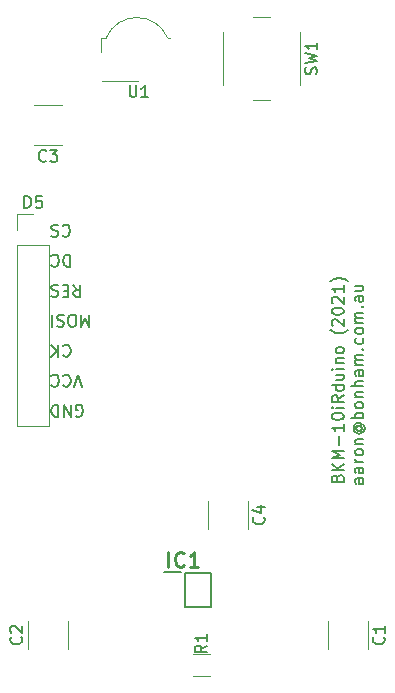
<source format=gto>
%TF.GenerationSoftware,KiCad,Pcbnew,(5.1.10)-1*%
%TF.CreationDate,2021-11-11T11:19:20+11:00*%
%TF.ProjectId,bkm10iRduino_shield,626b6d31-3069-4526-9475-696e6f5f7368,rev?*%
%TF.SameCoordinates,Original*%
%TF.FileFunction,Legend,Top*%
%TF.FilePolarity,Positive*%
%FSLAX46Y46*%
G04 Gerber Fmt 4.6, Leading zero omitted, Abs format (unit mm)*
G04 Created by KiCad (PCBNEW (5.1.10)-1) date 2021-11-11 11:19:20*
%MOMM*%
%LPD*%
G01*
G04 APERTURE LIST*
%ADD10C,0.150000*%
%ADD11C,0.200000*%
%ADD12C,0.120000*%
%ADD13C,0.254000*%
G04 APERTURE END LIST*
D10*
X157799404Y-83097619D02*
X157466071Y-82097619D01*
X157132738Y-83097619D01*
X156227976Y-82192857D02*
X156275595Y-82145238D01*
X156418452Y-82097619D01*
X156513690Y-82097619D01*
X156656547Y-82145238D01*
X156751785Y-82240476D01*
X156799404Y-82335714D01*
X156847023Y-82526190D01*
X156847023Y-82669047D01*
X156799404Y-82859523D01*
X156751785Y-82954761D01*
X156656547Y-83050000D01*
X156513690Y-83097619D01*
X156418452Y-83097619D01*
X156275595Y-83050000D01*
X156227976Y-83002380D01*
X155227976Y-82192857D02*
X155275595Y-82145238D01*
X155418452Y-82097619D01*
X155513690Y-82097619D01*
X155656547Y-82145238D01*
X155751785Y-82240476D01*
X155799404Y-82335714D01*
X155847023Y-82526190D01*
X155847023Y-82669047D01*
X155799404Y-82859523D01*
X155751785Y-82954761D01*
X155656547Y-83050000D01*
X155513690Y-83097619D01*
X155418452Y-83097619D01*
X155275595Y-83050000D01*
X155227976Y-83002380D01*
X156227976Y-79652857D02*
X156275595Y-79605238D01*
X156418452Y-79557619D01*
X156513690Y-79557619D01*
X156656547Y-79605238D01*
X156751785Y-79700476D01*
X156799404Y-79795714D01*
X156847023Y-79986190D01*
X156847023Y-80129047D01*
X156799404Y-80319523D01*
X156751785Y-80414761D01*
X156656547Y-80510000D01*
X156513690Y-80557619D01*
X156418452Y-80557619D01*
X156275595Y-80510000D01*
X156227976Y-80462380D01*
X155799404Y-79557619D02*
X155799404Y-80557619D01*
X155227976Y-79557619D02*
X155656547Y-80129047D01*
X155227976Y-80557619D02*
X155799404Y-79986190D01*
X157323214Y-85590000D02*
X157418452Y-85637619D01*
X157561309Y-85637619D01*
X157704166Y-85590000D01*
X157799404Y-85494761D01*
X157847023Y-85399523D01*
X157894642Y-85209047D01*
X157894642Y-85066190D01*
X157847023Y-84875714D01*
X157799404Y-84780476D01*
X157704166Y-84685238D01*
X157561309Y-84637619D01*
X157466071Y-84637619D01*
X157323214Y-84685238D01*
X157275595Y-84732857D01*
X157275595Y-85066190D01*
X157466071Y-85066190D01*
X156847023Y-84637619D02*
X156847023Y-85637619D01*
X156275595Y-84637619D01*
X156275595Y-85637619D01*
X155799404Y-84637619D02*
X155799404Y-85637619D01*
X155561309Y-85637619D01*
X155418452Y-85590000D01*
X155323214Y-85494761D01*
X155275595Y-85399523D01*
X155227976Y-85209047D01*
X155227976Y-85066190D01*
X155275595Y-84875714D01*
X155323214Y-84780476D01*
X155418452Y-84685238D01*
X155561309Y-84637619D01*
X155799404Y-84637619D01*
X158418452Y-77017619D02*
X158418452Y-78017619D01*
X158085119Y-77303333D01*
X157751785Y-78017619D01*
X157751785Y-77017619D01*
X157085119Y-78017619D02*
X156894642Y-78017619D01*
X156799404Y-77970000D01*
X156704166Y-77874761D01*
X156656547Y-77684285D01*
X156656547Y-77350952D01*
X156704166Y-77160476D01*
X156799404Y-77065238D01*
X156894642Y-77017619D01*
X157085119Y-77017619D01*
X157180357Y-77065238D01*
X157275595Y-77160476D01*
X157323214Y-77350952D01*
X157323214Y-77684285D01*
X157275595Y-77874761D01*
X157180357Y-77970000D01*
X157085119Y-78017619D01*
X156275595Y-77065238D02*
X156132738Y-77017619D01*
X155894642Y-77017619D01*
X155799404Y-77065238D01*
X155751785Y-77112857D01*
X155704166Y-77208095D01*
X155704166Y-77303333D01*
X155751785Y-77398571D01*
X155799404Y-77446190D01*
X155894642Y-77493809D01*
X156085119Y-77541428D01*
X156180357Y-77589047D01*
X156227976Y-77636666D01*
X156275595Y-77731904D01*
X156275595Y-77827142D01*
X156227976Y-77922380D01*
X156180357Y-77970000D01*
X156085119Y-78017619D01*
X155847023Y-78017619D01*
X155704166Y-77970000D01*
X155275595Y-77017619D02*
X155275595Y-78017619D01*
X157085119Y-74477619D02*
X157418452Y-74953809D01*
X157656547Y-74477619D02*
X157656547Y-75477619D01*
X157275595Y-75477619D01*
X157180357Y-75430000D01*
X157132738Y-75382380D01*
X157085119Y-75287142D01*
X157085119Y-75144285D01*
X157132738Y-75049047D01*
X157180357Y-75001428D01*
X157275595Y-74953809D01*
X157656547Y-74953809D01*
X156656547Y-75001428D02*
X156323214Y-75001428D01*
X156180357Y-74477619D02*
X156656547Y-74477619D01*
X156656547Y-75477619D01*
X156180357Y-75477619D01*
X155799404Y-74525238D02*
X155656547Y-74477619D01*
X155418452Y-74477619D01*
X155323214Y-74525238D01*
X155275595Y-74572857D01*
X155227976Y-74668095D01*
X155227976Y-74763333D01*
X155275595Y-74858571D01*
X155323214Y-74906190D01*
X155418452Y-74953809D01*
X155608928Y-75001428D01*
X155704166Y-75049047D01*
X155751785Y-75096666D01*
X155799404Y-75191904D01*
X155799404Y-75287142D01*
X155751785Y-75382380D01*
X155704166Y-75430000D01*
X155608928Y-75477619D01*
X155370833Y-75477619D01*
X155227976Y-75430000D01*
X156799404Y-71937619D02*
X156799404Y-72937619D01*
X156561309Y-72937619D01*
X156418452Y-72890000D01*
X156323214Y-72794761D01*
X156275595Y-72699523D01*
X156227976Y-72509047D01*
X156227976Y-72366190D01*
X156275595Y-72175714D01*
X156323214Y-72080476D01*
X156418452Y-71985238D01*
X156561309Y-71937619D01*
X156799404Y-71937619D01*
X155227976Y-72032857D02*
X155275595Y-71985238D01*
X155418452Y-71937619D01*
X155513690Y-71937619D01*
X155656547Y-71985238D01*
X155751785Y-72080476D01*
X155799404Y-72175714D01*
X155847023Y-72366190D01*
X155847023Y-72509047D01*
X155799404Y-72699523D01*
X155751785Y-72794761D01*
X155656547Y-72890000D01*
X155513690Y-72937619D01*
X155418452Y-72937619D01*
X155275595Y-72890000D01*
X155227976Y-72842380D01*
X156180357Y-69492857D02*
X156227976Y-69445238D01*
X156370833Y-69397619D01*
X156466071Y-69397619D01*
X156608928Y-69445238D01*
X156704166Y-69540476D01*
X156751785Y-69635714D01*
X156799404Y-69826190D01*
X156799404Y-69969047D01*
X156751785Y-70159523D01*
X156704166Y-70254761D01*
X156608928Y-70350000D01*
X156466071Y-70397619D01*
X156370833Y-70397619D01*
X156227976Y-70350000D01*
X156180357Y-70302380D01*
X155799404Y-69445238D02*
X155656547Y-69397619D01*
X155418452Y-69397619D01*
X155323214Y-69445238D01*
X155275595Y-69492857D01*
X155227976Y-69588095D01*
X155227976Y-69683333D01*
X155275595Y-69778571D01*
X155323214Y-69826190D01*
X155418452Y-69873809D01*
X155608928Y-69921428D01*
X155704166Y-69969047D01*
X155751785Y-70016666D01*
X155799404Y-70111904D01*
X155799404Y-70207142D01*
X155751785Y-70302380D01*
X155704166Y-70350000D01*
X155608928Y-70397619D01*
X155370833Y-70397619D01*
X155227976Y-70350000D01*
X179443571Y-90859523D02*
X179491190Y-90716666D01*
X179538809Y-90669047D01*
X179634047Y-90621428D01*
X179776904Y-90621428D01*
X179872142Y-90669047D01*
X179919761Y-90716666D01*
X179967380Y-90811904D01*
X179967380Y-91192857D01*
X178967380Y-91192857D01*
X178967380Y-90859523D01*
X179015000Y-90764285D01*
X179062619Y-90716666D01*
X179157857Y-90669047D01*
X179253095Y-90669047D01*
X179348333Y-90716666D01*
X179395952Y-90764285D01*
X179443571Y-90859523D01*
X179443571Y-91192857D01*
X179967380Y-90192857D02*
X178967380Y-90192857D01*
X179967380Y-89621428D02*
X179395952Y-90050000D01*
X178967380Y-89621428D02*
X179538809Y-90192857D01*
X179967380Y-89192857D02*
X178967380Y-89192857D01*
X179681666Y-88859523D01*
X178967380Y-88526190D01*
X179967380Y-88526190D01*
X179586428Y-88050000D02*
X179586428Y-87288095D01*
X179967380Y-86288095D02*
X179967380Y-86859523D01*
X179967380Y-86573809D02*
X178967380Y-86573809D01*
X179110238Y-86669047D01*
X179205476Y-86764285D01*
X179253095Y-86859523D01*
X178967380Y-85669047D02*
X178967380Y-85573809D01*
X179015000Y-85478571D01*
X179062619Y-85430952D01*
X179157857Y-85383333D01*
X179348333Y-85335714D01*
X179586428Y-85335714D01*
X179776904Y-85383333D01*
X179872142Y-85430952D01*
X179919761Y-85478571D01*
X179967380Y-85573809D01*
X179967380Y-85669047D01*
X179919761Y-85764285D01*
X179872142Y-85811904D01*
X179776904Y-85859523D01*
X179586428Y-85907142D01*
X179348333Y-85907142D01*
X179157857Y-85859523D01*
X179062619Y-85811904D01*
X179015000Y-85764285D01*
X178967380Y-85669047D01*
X179967380Y-84907142D02*
X179300714Y-84907142D01*
X178967380Y-84907142D02*
X179015000Y-84954761D01*
X179062619Y-84907142D01*
X179015000Y-84859523D01*
X178967380Y-84907142D01*
X179062619Y-84907142D01*
X179967380Y-83859523D02*
X179491190Y-84192857D01*
X179967380Y-84430952D02*
X178967380Y-84430952D01*
X178967380Y-84050000D01*
X179015000Y-83954761D01*
X179062619Y-83907142D01*
X179157857Y-83859523D01*
X179300714Y-83859523D01*
X179395952Y-83907142D01*
X179443571Y-83954761D01*
X179491190Y-84050000D01*
X179491190Y-84430952D01*
X179967380Y-83002380D02*
X178967380Y-83002380D01*
X179919761Y-83002380D02*
X179967380Y-83097619D01*
X179967380Y-83288095D01*
X179919761Y-83383333D01*
X179872142Y-83430952D01*
X179776904Y-83478571D01*
X179491190Y-83478571D01*
X179395952Y-83430952D01*
X179348333Y-83383333D01*
X179300714Y-83288095D01*
X179300714Y-83097619D01*
X179348333Y-83002380D01*
X179300714Y-82097619D02*
X179967380Y-82097619D01*
X179300714Y-82526190D02*
X179824523Y-82526190D01*
X179919761Y-82478571D01*
X179967380Y-82383333D01*
X179967380Y-82240476D01*
X179919761Y-82145238D01*
X179872142Y-82097619D01*
X179967380Y-81621428D02*
X179300714Y-81621428D01*
X178967380Y-81621428D02*
X179015000Y-81669047D01*
X179062619Y-81621428D01*
X179015000Y-81573809D01*
X178967380Y-81621428D01*
X179062619Y-81621428D01*
X179300714Y-81145238D02*
X179967380Y-81145238D01*
X179395952Y-81145238D02*
X179348333Y-81097619D01*
X179300714Y-81002380D01*
X179300714Y-80859523D01*
X179348333Y-80764285D01*
X179443571Y-80716666D01*
X179967380Y-80716666D01*
X179967380Y-80097619D02*
X179919761Y-80192857D01*
X179872142Y-80240476D01*
X179776904Y-80288095D01*
X179491190Y-80288095D01*
X179395952Y-80240476D01*
X179348333Y-80192857D01*
X179300714Y-80097619D01*
X179300714Y-79954761D01*
X179348333Y-79859523D01*
X179395952Y-79811904D01*
X179491190Y-79764285D01*
X179776904Y-79764285D01*
X179872142Y-79811904D01*
X179919761Y-79859523D01*
X179967380Y-79954761D01*
X179967380Y-80097619D01*
X180348333Y-78288095D02*
X180300714Y-78335714D01*
X180157857Y-78430952D01*
X180062619Y-78478571D01*
X179919761Y-78526190D01*
X179681666Y-78573809D01*
X179491190Y-78573809D01*
X179253095Y-78526190D01*
X179110238Y-78478571D01*
X179015000Y-78430952D01*
X178872142Y-78335714D01*
X178824523Y-78288095D01*
X179062619Y-77954761D02*
X179015000Y-77907142D01*
X178967380Y-77811904D01*
X178967380Y-77573809D01*
X179015000Y-77478571D01*
X179062619Y-77430952D01*
X179157857Y-77383333D01*
X179253095Y-77383333D01*
X179395952Y-77430952D01*
X179967380Y-78002380D01*
X179967380Y-77383333D01*
X178967380Y-76764285D02*
X178967380Y-76669047D01*
X179015000Y-76573809D01*
X179062619Y-76526190D01*
X179157857Y-76478571D01*
X179348333Y-76430952D01*
X179586428Y-76430952D01*
X179776904Y-76478571D01*
X179872142Y-76526190D01*
X179919761Y-76573809D01*
X179967380Y-76669047D01*
X179967380Y-76764285D01*
X179919761Y-76859523D01*
X179872142Y-76907142D01*
X179776904Y-76954761D01*
X179586428Y-77002380D01*
X179348333Y-77002380D01*
X179157857Y-76954761D01*
X179062619Y-76907142D01*
X179015000Y-76859523D01*
X178967380Y-76764285D01*
X179062619Y-76050000D02*
X179015000Y-76002380D01*
X178967380Y-75907142D01*
X178967380Y-75669047D01*
X179015000Y-75573809D01*
X179062619Y-75526190D01*
X179157857Y-75478571D01*
X179253095Y-75478571D01*
X179395952Y-75526190D01*
X179967380Y-76097619D01*
X179967380Y-75478571D01*
X179967380Y-74526190D02*
X179967380Y-75097619D01*
X179967380Y-74811904D02*
X178967380Y-74811904D01*
X179110238Y-74907142D01*
X179205476Y-75002380D01*
X179253095Y-75097619D01*
X180348333Y-74192857D02*
X180300714Y-74145238D01*
X180157857Y-74050000D01*
X180062619Y-74002380D01*
X179919761Y-73954761D01*
X179681666Y-73907142D01*
X179491190Y-73907142D01*
X179253095Y-73954761D01*
X179110238Y-74002380D01*
X179015000Y-74050000D01*
X178872142Y-74145238D01*
X178824523Y-74192857D01*
X181617380Y-90883333D02*
X181093571Y-90883333D01*
X180998333Y-90930952D01*
X180950714Y-91026190D01*
X180950714Y-91216666D01*
X180998333Y-91311904D01*
X181569761Y-90883333D02*
X181617380Y-90978571D01*
X181617380Y-91216666D01*
X181569761Y-91311904D01*
X181474523Y-91359523D01*
X181379285Y-91359523D01*
X181284047Y-91311904D01*
X181236428Y-91216666D01*
X181236428Y-90978571D01*
X181188809Y-90883333D01*
X181617380Y-89978571D02*
X181093571Y-89978571D01*
X180998333Y-90026190D01*
X180950714Y-90121428D01*
X180950714Y-90311904D01*
X180998333Y-90407142D01*
X181569761Y-89978571D02*
X181617380Y-90073809D01*
X181617380Y-90311904D01*
X181569761Y-90407142D01*
X181474523Y-90454761D01*
X181379285Y-90454761D01*
X181284047Y-90407142D01*
X181236428Y-90311904D01*
X181236428Y-90073809D01*
X181188809Y-89978571D01*
X181617380Y-89502380D02*
X180950714Y-89502380D01*
X181141190Y-89502380D02*
X181045952Y-89454761D01*
X180998333Y-89407142D01*
X180950714Y-89311904D01*
X180950714Y-89216666D01*
X181617380Y-88740476D02*
X181569761Y-88835714D01*
X181522142Y-88883333D01*
X181426904Y-88930952D01*
X181141190Y-88930952D01*
X181045952Y-88883333D01*
X180998333Y-88835714D01*
X180950714Y-88740476D01*
X180950714Y-88597619D01*
X180998333Y-88502380D01*
X181045952Y-88454761D01*
X181141190Y-88407142D01*
X181426904Y-88407142D01*
X181522142Y-88454761D01*
X181569761Y-88502380D01*
X181617380Y-88597619D01*
X181617380Y-88740476D01*
X180950714Y-87978571D02*
X181617380Y-87978571D01*
X181045952Y-87978571D02*
X180998333Y-87930952D01*
X180950714Y-87835714D01*
X180950714Y-87692857D01*
X180998333Y-87597619D01*
X181093571Y-87550000D01*
X181617380Y-87550000D01*
X181141190Y-86454761D02*
X181093571Y-86502380D01*
X181045952Y-86597619D01*
X181045952Y-86692857D01*
X181093571Y-86788095D01*
X181141190Y-86835714D01*
X181236428Y-86883333D01*
X181331666Y-86883333D01*
X181426904Y-86835714D01*
X181474523Y-86788095D01*
X181522142Y-86692857D01*
X181522142Y-86597619D01*
X181474523Y-86502380D01*
X181426904Y-86454761D01*
X181045952Y-86454761D02*
X181426904Y-86454761D01*
X181474523Y-86407142D01*
X181474523Y-86359523D01*
X181426904Y-86264285D01*
X181331666Y-86216666D01*
X181093571Y-86216666D01*
X180950714Y-86311904D01*
X180855476Y-86454761D01*
X180807857Y-86645238D01*
X180855476Y-86835714D01*
X180950714Y-86978571D01*
X181093571Y-87073809D01*
X181284047Y-87121428D01*
X181474523Y-87073809D01*
X181617380Y-86978571D01*
X181712619Y-86835714D01*
X181760238Y-86645238D01*
X181712619Y-86454761D01*
X181617380Y-86311904D01*
X181617380Y-85788095D02*
X180617380Y-85788095D01*
X180998333Y-85788095D02*
X180950714Y-85692857D01*
X180950714Y-85502380D01*
X180998333Y-85407142D01*
X181045952Y-85359523D01*
X181141190Y-85311904D01*
X181426904Y-85311904D01*
X181522142Y-85359523D01*
X181569761Y-85407142D01*
X181617380Y-85502380D01*
X181617380Y-85692857D01*
X181569761Y-85788095D01*
X181617380Y-84740476D02*
X181569761Y-84835714D01*
X181522142Y-84883333D01*
X181426904Y-84930952D01*
X181141190Y-84930952D01*
X181045952Y-84883333D01*
X180998333Y-84835714D01*
X180950714Y-84740476D01*
X180950714Y-84597619D01*
X180998333Y-84502380D01*
X181045952Y-84454761D01*
X181141190Y-84407142D01*
X181426904Y-84407142D01*
X181522142Y-84454761D01*
X181569761Y-84502380D01*
X181617380Y-84597619D01*
X181617380Y-84740476D01*
X180950714Y-83978571D02*
X181617380Y-83978571D01*
X181045952Y-83978571D02*
X180998333Y-83930952D01*
X180950714Y-83835714D01*
X180950714Y-83692857D01*
X180998333Y-83597619D01*
X181093571Y-83550000D01*
X181617380Y-83550000D01*
X181617380Y-83073809D02*
X180617380Y-83073809D01*
X181617380Y-82645238D02*
X181093571Y-82645238D01*
X180998333Y-82692857D01*
X180950714Y-82788095D01*
X180950714Y-82930952D01*
X180998333Y-83026190D01*
X181045952Y-83073809D01*
X181617380Y-81740476D02*
X181093571Y-81740476D01*
X180998333Y-81788095D01*
X180950714Y-81883333D01*
X180950714Y-82073809D01*
X180998333Y-82169047D01*
X181569761Y-81740476D02*
X181617380Y-81835714D01*
X181617380Y-82073809D01*
X181569761Y-82169047D01*
X181474523Y-82216666D01*
X181379285Y-82216666D01*
X181284047Y-82169047D01*
X181236428Y-82073809D01*
X181236428Y-81835714D01*
X181188809Y-81740476D01*
X181617380Y-81264285D02*
X180950714Y-81264285D01*
X181045952Y-81264285D02*
X180998333Y-81216666D01*
X180950714Y-81121428D01*
X180950714Y-80978571D01*
X180998333Y-80883333D01*
X181093571Y-80835714D01*
X181617380Y-80835714D01*
X181093571Y-80835714D02*
X180998333Y-80788095D01*
X180950714Y-80692857D01*
X180950714Y-80550000D01*
X180998333Y-80454761D01*
X181093571Y-80407142D01*
X181617380Y-80407142D01*
X181522142Y-79930952D02*
X181569761Y-79883333D01*
X181617380Y-79930952D01*
X181569761Y-79978571D01*
X181522142Y-79930952D01*
X181617380Y-79930952D01*
X181569761Y-79026190D02*
X181617380Y-79121428D01*
X181617380Y-79311904D01*
X181569761Y-79407142D01*
X181522142Y-79454761D01*
X181426904Y-79502380D01*
X181141190Y-79502380D01*
X181045952Y-79454761D01*
X180998333Y-79407142D01*
X180950714Y-79311904D01*
X180950714Y-79121428D01*
X180998333Y-79026190D01*
X181617380Y-78454761D02*
X181569761Y-78550000D01*
X181522142Y-78597619D01*
X181426904Y-78645238D01*
X181141190Y-78645238D01*
X181045952Y-78597619D01*
X180998333Y-78550000D01*
X180950714Y-78454761D01*
X180950714Y-78311904D01*
X180998333Y-78216666D01*
X181045952Y-78169047D01*
X181141190Y-78121428D01*
X181426904Y-78121428D01*
X181522142Y-78169047D01*
X181569761Y-78216666D01*
X181617380Y-78311904D01*
X181617380Y-78454761D01*
X181617380Y-77692857D02*
X180950714Y-77692857D01*
X181045952Y-77692857D02*
X180998333Y-77645238D01*
X180950714Y-77550000D01*
X180950714Y-77407142D01*
X180998333Y-77311904D01*
X181093571Y-77264285D01*
X181617380Y-77264285D01*
X181093571Y-77264285D02*
X180998333Y-77216666D01*
X180950714Y-77121428D01*
X180950714Y-76978571D01*
X180998333Y-76883333D01*
X181093571Y-76835714D01*
X181617380Y-76835714D01*
X181522142Y-76359523D02*
X181569761Y-76311904D01*
X181617380Y-76359523D01*
X181569761Y-76407142D01*
X181522142Y-76359523D01*
X181617380Y-76359523D01*
X181617380Y-75454761D02*
X181093571Y-75454761D01*
X180998333Y-75502380D01*
X180950714Y-75597619D01*
X180950714Y-75788095D01*
X180998333Y-75883333D01*
X181569761Y-75454761D02*
X181617380Y-75550000D01*
X181617380Y-75788095D01*
X181569761Y-75883333D01*
X181474523Y-75930952D01*
X181379285Y-75930952D01*
X181284047Y-75883333D01*
X181236428Y-75788095D01*
X181236428Y-75550000D01*
X181188809Y-75454761D01*
X180950714Y-74550000D02*
X181617380Y-74550000D01*
X180950714Y-74978571D02*
X181474523Y-74978571D01*
X181569761Y-74930952D01*
X181617380Y-74835714D01*
X181617380Y-74692857D01*
X181569761Y-74597619D01*
X181522142Y-74550000D01*
D11*
%TO.C,IC1*%
X166518000Y-98858000D02*
X168762000Y-98858000D01*
X168762000Y-98858000D02*
X168762000Y-101802000D01*
X168762000Y-101802000D02*
X166518000Y-101802000D01*
X166518000Y-101802000D02*
X166518000Y-98858000D01*
X164740000Y-98830000D02*
X166168000Y-98830000D01*
D12*
%TO.C,C4*%
X168470000Y-92818748D02*
X168470000Y-95141252D01*
X171890000Y-92818748D02*
X171890000Y-95141252D01*
%TO.C,C3*%
X156101252Y-59250000D02*
X153778748Y-59250000D01*
X156101252Y-62670000D02*
X153778748Y-62670000D01*
%TO.C,C2*%
X156650000Y-105301252D02*
X156650000Y-102978748D01*
X153230000Y-105301252D02*
X153230000Y-102978748D01*
%TO.C,C1*%
X178630000Y-102978748D02*
X178630000Y-105301252D01*
X182050000Y-102978748D02*
X182050000Y-105301252D01*
%TO.C,R1*%
X167192936Y-105770000D02*
X168647064Y-105770000D01*
X167192936Y-107590000D02*
X168647064Y-107590000D01*
%TO.C,D5*%
X152340000Y-86420000D02*
X155000000Y-86420000D01*
X152340000Y-71120000D02*
X152340000Y-86420000D01*
X155000000Y-71120000D02*
X155000000Y-86420000D01*
X152340000Y-71120000D02*
X155000000Y-71120000D01*
X152340000Y-69850000D02*
X152340000Y-68520000D01*
X152340000Y-68520000D02*
X153670000Y-68520000D01*
%TO.C,SW1*%
X169760000Y-53070000D02*
X169760000Y-57570000D01*
X173760000Y-51820000D02*
X172260000Y-51820000D01*
X176260000Y-57570000D02*
X176260000Y-53070000D01*
X172260000Y-58820000D02*
X173760000Y-58820000D01*
%TO.C,U1*%
X165060000Y-53580000D02*
X165280000Y-53580000D01*
X159480000Y-57240000D02*
X162560000Y-57240000D01*
X159400000Y-53580000D02*
X159860000Y-53580000D01*
X159400000Y-53580000D02*
X159400000Y-54780000D01*
X165060000Y-53580000D02*
G75*
G03*
X159860000Y-53580000I-2600000J-1100000D01*
G01*
%TO.C,IC1*%
D13*
X165130238Y-98364523D02*
X165130238Y-97094523D01*
X166460714Y-98243571D02*
X166400238Y-98304047D01*
X166218809Y-98364523D01*
X166097857Y-98364523D01*
X165916428Y-98304047D01*
X165795476Y-98183095D01*
X165735000Y-98062142D01*
X165674523Y-97820238D01*
X165674523Y-97638809D01*
X165735000Y-97396904D01*
X165795476Y-97275952D01*
X165916428Y-97155000D01*
X166097857Y-97094523D01*
X166218809Y-97094523D01*
X166400238Y-97155000D01*
X166460714Y-97215476D01*
X167670238Y-98364523D02*
X166944523Y-98364523D01*
X167307380Y-98364523D02*
X167307380Y-97094523D01*
X167186428Y-97275952D01*
X167065476Y-97396904D01*
X166944523Y-97457380D01*
%TO.C,C4*%
D10*
X173187142Y-94146666D02*
X173234761Y-94194285D01*
X173282380Y-94337142D01*
X173282380Y-94432380D01*
X173234761Y-94575238D01*
X173139523Y-94670476D01*
X173044285Y-94718095D01*
X172853809Y-94765714D01*
X172710952Y-94765714D01*
X172520476Y-94718095D01*
X172425238Y-94670476D01*
X172330000Y-94575238D01*
X172282380Y-94432380D01*
X172282380Y-94337142D01*
X172330000Y-94194285D01*
X172377619Y-94146666D01*
X172615714Y-93289523D02*
X173282380Y-93289523D01*
X172234761Y-93527619D02*
X172949047Y-93765714D01*
X172949047Y-93146666D01*
%TO.C,C3*%
X154773333Y-63967142D02*
X154725714Y-64014761D01*
X154582857Y-64062380D01*
X154487619Y-64062380D01*
X154344761Y-64014761D01*
X154249523Y-63919523D01*
X154201904Y-63824285D01*
X154154285Y-63633809D01*
X154154285Y-63490952D01*
X154201904Y-63300476D01*
X154249523Y-63205238D01*
X154344761Y-63110000D01*
X154487619Y-63062380D01*
X154582857Y-63062380D01*
X154725714Y-63110000D01*
X154773333Y-63157619D01*
X155106666Y-63062380D02*
X155725714Y-63062380D01*
X155392380Y-63443333D01*
X155535238Y-63443333D01*
X155630476Y-63490952D01*
X155678095Y-63538571D01*
X155725714Y-63633809D01*
X155725714Y-63871904D01*
X155678095Y-63967142D01*
X155630476Y-64014761D01*
X155535238Y-64062380D01*
X155249523Y-64062380D01*
X155154285Y-64014761D01*
X155106666Y-63967142D01*
%TO.C,C2*%
X152647142Y-104306666D02*
X152694761Y-104354285D01*
X152742380Y-104497142D01*
X152742380Y-104592380D01*
X152694761Y-104735238D01*
X152599523Y-104830476D01*
X152504285Y-104878095D01*
X152313809Y-104925714D01*
X152170952Y-104925714D01*
X151980476Y-104878095D01*
X151885238Y-104830476D01*
X151790000Y-104735238D01*
X151742380Y-104592380D01*
X151742380Y-104497142D01*
X151790000Y-104354285D01*
X151837619Y-104306666D01*
X151837619Y-103925714D02*
X151790000Y-103878095D01*
X151742380Y-103782857D01*
X151742380Y-103544761D01*
X151790000Y-103449523D01*
X151837619Y-103401904D01*
X151932857Y-103354285D01*
X152028095Y-103354285D01*
X152170952Y-103401904D01*
X152742380Y-103973333D01*
X152742380Y-103354285D01*
%TO.C,C1*%
X183347142Y-104306666D02*
X183394761Y-104354285D01*
X183442380Y-104497142D01*
X183442380Y-104592380D01*
X183394761Y-104735238D01*
X183299523Y-104830476D01*
X183204285Y-104878095D01*
X183013809Y-104925714D01*
X182870952Y-104925714D01*
X182680476Y-104878095D01*
X182585238Y-104830476D01*
X182490000Y-104735238D01*
X182442380Y-104592380D01*
X182442380Y-104497142D01*
X182490000Y-104354285D01*
X182537619Y-104306666D01*
X183442380Y-103354285D02*
X183442380Y-103925714D01*
X183442380Y-103640000D02*
X182442380Y-103640000D01*
X182585238Y-103735238D01*
X182680476Y-103830476D01*
X182728095Y-103925714D01*
%TO.C,R1*%
X168372380Y-105026666D02*
X167896190Y-105360000D01*
X168372380Y-105598095D02*
X167372380Y-105598095D01*
X167372380Y-105217142D01*
X167420000Y-105121904D01*
X167467619Y-105074285D01*
X167562857Y-105026666D01*
X167705714Y-105026666D01*
X167800952Y-105074285D01*
X167848571Y-105121904D01*
X167896190Y-105217142D01*
X167896190Y-105598095D01*
X168372380Y-104074285D02*
X168372380Y-104645714D01*
X168372380Y-104360000D02*
X167372380Y-104360000D01*
X167515238Y-104455238D01*
X167610476Y-104550476D01*
X167658095Y-104645714D01*
%TO.C,D5*%
X152931904Y-67972380D02*
X152931904Y-66972380D01*
X153170000Y-66972380D01*
X153312857Y-67020000D01*
X153408095Y-67115238D01*
X153455714Y-67210476D01*
X153503333Y-67400952D01*
X153503333Y-67543809D01*
X153455714Y-67734285D01*
X153408095Y-67829523D01*
X153312857Y-67924761D01*
X153170000Y-67972380D01*
X152931904Y-67972380D01*
X154408095Y-66972380D02*
X153931904Y-66972380D01*
X153884285Y-67448571D01*
X153931904Y-67400952D01*
X154027142Y-67353333D01*
X154265238Y-67353333D01*
X154360476Y-67400952D01*
X154408095Y-67448571D01*
X154455714Y-67543809D01*
X154455714Y-67781904D01*
X154408095Y-67877142D01*
X154360476Y-67924761D01*
X154265238Y-67972380D01*
X154027142Y-67972380D01*
X153931904Y-67924761D01*
X153884285Y-67877142D01*
%TO.C,SW1*%
X177664761Y-56653333D02*
X177712380Y-56510476D01*
X177712380Y-56272380D01*
X177664761Y-56177142D01*
X177617142Y-56129523D01*
X177521904Y-56081904D01*
X177426666Y-56081904D01*
X177331428Y-56129523D01*
X177283809Y-56177142D01*
X177236190Y-56272380D01*
X177188571Y-56462857D01*
X177140952Y-56558095D01*
X177093333Y-56605714D01*
X176998095Y-56653333D01*
X176902857Y-56653333D01*
X176807619Y-56605714D01*
X176760000Y-56558095D01*
X176712380Y-56462857D01*
X176712380Y-56224761D01*
X176760000Y-56081904D01*
X176712380Y-55748571D02*
X177712380Y-55510476D01*
X176998095Y-55320000D01*
X177712380Y-55129523D01*
X176712380Y-54891428D01*
X177712380Y-53986666D02*
X177712380Y-54558095D01*
X177712380Y-54272380D02*
X176712380Y-54272380D01*
X176855238Y-54367619D01*
X176950476Y-54462857D01*
X176998095Y-54558095D01*
%TO.C,U1*%
X161838095Y-57582380D02*
X161838095Y-58391904D01*
X161885714Y-58487142D01*
X161933333Y-58534761D01*
X162028571Y-58582380D01*
X162219047Y-58582380D01*
X162314285Y-58534761D01*
X162361904Y-58487142D01*
X162409523Y-58391904D01*
X162409523Y-57582380D01*
X163409523Y-58582380D02*
X162838095Y-58582380D01*
X163123809Y-58582380D02*
X163123809Y-57582380D01*
X163028571Y-57725238D01*
X162933333Y-57820476D01*
X162838095Y-57868095D01*
%TD*%
M02*

</source>
